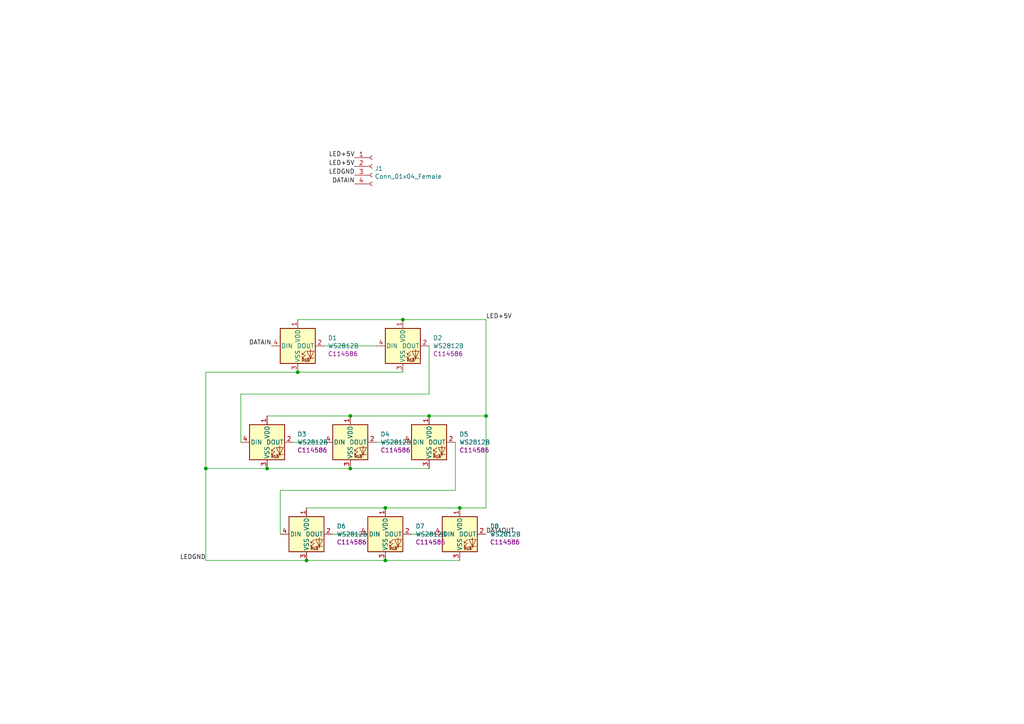
<source format=kicad_sch>
(kicad_sch (version 20211123) (generator eeschema)
  (paper "A4")
  (title_block (title "JETT STATION SELECT PLACARD") (date "2023-02-10") (rev "3"))
  (lib_symbols
    (symbol "Connector:Conn_01x04_Female" (pin_names (offset 1.016) hide)
      (property "Reference" "J" (at 0 5.08 0))
      (property "Value" "Conn_01x04_Female" (at 0 -7.62 0))
      (symbol "Conn_01x04_Female_1_1"
        (arc (start 0 -4.572) (mid -0.508 -5.08) (end 0 -5.588) (stroke (width 0.1524)))
        (arc (start 0 -2.032) (mid -0.508 -2.54) (end 0 -3.048) (stroke (width 0.1524)))
        (polyline (pts (xy -1.27 -5.08) (xy -0.508 -5.08)) (stroke (width 0.1524)))
        (polyline (pts (xy -1.27 -2.54) (xy -0.508 -2.54)) (stroke (width 0.1524)))
        (polyline (pts (xy -1.27 0) (xy -0.508 0)) (stroke (width 0.1524)))
        (polyline (pts (xy -1.27 2.54) (xy -0.508 2.54)) (stroke (width 0.1524)))
        (arc (start 0 0.508) (mid -0.508 0) (end 0 -0.508) (stroke (width 0.1524)))
        (arc (start 0 3.048) (mid -0.508 2.54) (end 0 2.032) (stroke (width 0.1524)))
        (pin passive line (at -5.08 2.54 0) (length 3.81) (name "Pin_1") (number "1"))
        (pin passive line (at -5.08 0 0) (length 3.81) (name "Pin_2") (number "2"))
        (pin passive line (at -5.08 -2.54 0) (length 3.81) (name "Pin_3") (number "3"))
        (pin passive line (at -5.08 -5.08 0) (length 3.81) (name "Pin_4") (number "4"))
      )
    )
    (symbol "LED:WS2812B" (pin_names (offset 0.254))
      (property "Reference" "D" (at 5.08 5.715 0))
      (property "Value" "WS2812B" (at 1.27 -5.715 0))
      (symbol "WS2812B_0_0"
        (text "RGB" (at 2.286 -4.191 0) (effects (font (size 0.762 0.762))))
      )
      (symbol "WS2812B_0_1"
        (polyline (pts (xy 1.27 -3.556) (xy 1.778 -3.556)))
        (polyline (pts (xy 1.27 -2.54) (xy 1.778 -2.54)))
        (polyline (pts (xy 4.699 -3.556) (xy 2.667 -3.556)))
        (polyline (pts (xy 2.286 -2.54) (xy 1.27 -3.556) (xy 1.27 -3.048)))
        (polyline (pts (xy 2.286 -1.524) (xy 1.27 -2.54) (xy 1.27 -2.032)))
        (polyline (pts (xy 3.683 -1.016) (xy 3.683 -3.556) (xy 3.683 -4.064)))
        (polyline (pts (xy 4.699 -1.524) (xy 2.667 -1.524) (xy 3.683 -3.556) (xy 4.699 -1.524)))
        (rectangle (start 5.08 5.08) (end -5.08 -5.08) (stroke (width 0.254)) (fill (type background)))
      )
      (symbol "WS2812B_1_1"
        (pin power_in line (at 0 7.62 270) (length 2.54) (name "VDD") (number "1"))
        (pin output line (at 7.62 0 180) (length 2.54) (name "DOUT") (number "2"))
        (pin power_in line (at 0 -7.62 90) (length 2.54) (name "VSS") (number "3"))
        (pin input line (at -7.62 0 0) (length 2.54) (name "DIN") (number "4"))
      )
    )
  )
  (junction (at 111.76 162.56))
  (junction (at 59.69 135.89))
  (junction (at 124.46 120.65))
  (junction (at 111.76 147.32))
  (junction (at 77.47 135.89))
  (junction (at 101.6 135.89))
  (junction (at 116.84 92.71))
  (junction (at 133.35 147.32))
  (junction (at 86.36 107.95))
  (junction (at 140.97 120.65))
  (junction (at 88.9 162.56))
  (junction (at 101.6 120.65))
  (wire (pts (xy 86.36 107.95) (xy 59.69 107.95)))
  (wire (pts (xy 119.38 154.94) (xy 125.73 154.94)))
  (wire (pts (xy 132.08 142.24) (xy 81.28 142.24)))
  (wire (pts (xy 88.9 147.32) (xy 111.76 147.32)))
  (wire (pts (xy 140.97 120.65) (xy 140.97 92.71)))
  (wire (pts (xy 140.97 147.32) (xy 140.97 120.65)))
  (wire (pts (xy 124.46 100.33) (xy 124.46 114.3)))
  (wire (pts (xy 109.22 128.27) (xy 116.84 128.27)))
  (wire (pts (xy 77.47 135.89) (xy 59.69 135.89)))
  (wire (pts (xy 86.36 92.71) (xy 116.84 92.71)))
  (wire (pts (xy 116.84 92.71) (xy 140.97 92.71)))
  (wire (pts (xy 116.84 107.95) (xy 86.36 107.95)))
  (wire (pts (xy 124.46 120.65) (xy 140.97 120.65)))
  (wire (pts (xy 59.69 107.95) (xy 59.69 135.89)))
  (wire (pts (xy 132.08 128.27) (xy 132.08 142.24)))
  (wire (pts (xy 85.09 128.27) (xy 93.98 128.27)))
  (wire (pts (xy 77.47 120.65) (xy 101.6 120.65)))
  (wire (pts (xy 101.6 120.65) (xy 124.46 120.65)))
  (wire (pts (xy 111.76 147.32) (xy 133.35 147.32)))
  (wire (pts (xy 69.85 114.3) (xy 69.85 128.27)))
  (wire (pts (xy 101.6 135.89) (xy 77.47 135.89)))
  (wire (pts (xy 93.98 100.33) (xy 109.22 100.33)))
  (wire (pts (xy 111.76 162.56) (xy 88.9 162.56)))
  (wire (pts (xy 59.69 135.89) (xy 59.69 162.56)))
  (wire (pts (xy 81.28 142.24) (xy 81.28 154.94)))
  (wire (pts (xy 111.76 162.56) (xy 133.35 162.56)))
  (wire (pts (xy 88.9 162.56) (xy 59.69 162.56)))
  (wire (pts (xy 96.52 154.94) (xy 104.14 154.94)))
  (wire (pts (xy 124.46 135.89) (xy 101.6 135.89)))
  (wire (pts (xy 133.35 147.32) (xy 140.97 147.32)))
  (wire (pts (xy 124.46 114.3) (xy 69.85 114.3)))
  (label "LED+5V" (at 140.97 92.71 0))
  (label "LEDGND" (at 59.69 162.56 180))
  (label "DATAIN" (at 102.87 53.34 180))
  (label "DATAIN" (at 78.74 100.33 180))
  (label "LED+5V" (at 102.87 48.26 180))
  (label "LED+5V" (at 102.87 45.72 180))
  (label "LEDGND" (at 102.87 50.8 180))
  (label "DATAOUT" (at 140.97 154.94 0))
  (symbol (lib_id "LED:WS2812B") (at 86.36 100.33 0) (unit 1)
    (property "Reference" "D1" (at 95.0976 98.0186 0) (effects (justify left)))
    (property "Value" "WS2812B" (at 95.0976 100.33 0) (effects (justify left)))
    (property "Footprint" "OH_Footprints:LED_WS2812B_PLCC4_5.0x5.0mm_P3.2mm" (effects hide))
    (property "Datasheet" "https://cdn-shop.adafruit.com/datasheets/WS2812B.pdf" (effects hide))
    (property "LCSC Part Number" "C114586" (at 95.0976 102.6414 0) (effects (justify left)))
  )
  (symbol (lib_id "LED:WS2812B") (at 116.84 100.33 0) (unit 1)
    (property "Reference" "D2" (at 125.5776 98.0186 0) (effects (justify left)))
    (property "Value" "WS2812B" (at 125.5776 100.33 0) (effects (justify left)))
    (property "Footprint" "OH_Footprints:LED_WS2812B_PLCC4_5.0x5.0mm_P3.2mm" (effects hide))
    (property "Datasheet" "https://cdn-shop.adafruit.com/datasheets/WS2812B.pdf" (effects hide))
    (property "LCSC Part Number" "C114586" (at 125.5776 102.6414 0) (effects (justify left)))
  )
  (symbol (lib_id "LED:WS2812B") (at 77.47 128.27 0) (unit 1)
    (property "Reference" "D3" (at 86.2076 125.9586 0) (effects (justify left)))
    (property "Value" "WS2812B" (at 86.2076 128.27 0) (effects (justify left)))
    (property "Footprint" "OH_Footprints:LED_WS2812B_PLCC4_5.0x5.0mm_P3.2mm" (effects hide))
    (property "Datasheet" "https://cdn-shop.adafruit.com/datasheets/WS2812B.pdf" (effects hide))
    (property "LCSC Part Number" "C114586" (at 86.2076 130.5814 0) (effects (justify left)))
  )
  (symbol (lib_id "LED:WS2812B") (at 101.6 128.27 0) (unit 1)
    (property "Reference" "D4" (at 110.3376 125.9586 0) (effects (justify left)))
    (property "Value" "WS2812B" (at 110.3376 128.27 0) (effects (justify left)))
    (property "Footprint" "OH_Footprints:LED_WS2812B_PLCC4_5.0x5.0mm_P3.2mm" (effects hide))
    (property "Datasheet" "https://cdn-shop.adafruit.com/datasheets/WS2812B.pdf" (effects hide))
    (property "LCSC Part Number" "C114586" (at 110.3376 130.5814 0) (effects (justify left)))
  )
  (symbol (lib_id "LED:WS2812B") (at 124.46 128.27 0) (unit 1)
    (property "Reference" "D5" (at 133.1976 125.9586 0) (effects (justify left)))
    (property "Value" "WS2812B" (at 133.1976 128.27 0) (effects (justify left)))
    (property "Footprint" "OH_Footprints:LED_WS2812B_PLCC4_5.0x5.0mm_P3.2mm" (effects hide))
    (property "Datasheet" "https://cdn-shop.adafruit.com/datasheets/WS2812B.pdf" (effects hide))
    (property "LCSC Part Number" "C114586" (at 133.1976 130.5814 0) (effects (justify left)))
  )
  (symbol (lib_id "LED:WS2812B") (at 88.9 154.94 0) (unit 1)
    (property "Reference" "D6" (at 97.6376 152.6286 0) (effects (justify left)))
    (property "Value" "WS2812B" (at 97.6376 154.94 0) (effects (justify left)))
    (property "Footprint" "OH_Footprints:LED_WS2812B_PLCC4_5.0x5.0mm_P3.2mm" (effects hide))
    (property "Datasheet" "https://cdn-shop.adafruit.com/datasheets/WS2812B.pdf" (effects hide))
    (property "LCSC Part Number" "C114586" (at 97.6376 157.2514 0) (effects (justify left)))
  )
  (symbol (lib_id "LED:WS2812B") (at 111.76 154.94 0) (unit 1)
    (property "Reference" "D7" (at 120.4976 152.6286 0) (effects (justify left)))
    (property "Value" "WS2812B" (at 120.4976 154.94 0) (effects (justify left)))
    (property "Footprint" "OH_Footprints:LED_WS2812B_PLCC4_5.0x5.0mm_P3.2mm" (effects hide))
    (property "Datasheet" "https://cdn-shop.adafruit.com/datasheets/WS2812B.pdf" (effects hide))
    (property "LCSC Part Number" "C114586" (at 120.4976 157.2514 0) (effects (justify left)))
  )
  (symbol (lib_id "Connector:Conn_01x04_Female") (at 107.95 48.26 0) (unit 1)
    (property "Reference" "J1" (at 108.6612 48.8696 0) (effects (justify left)))
    (property "Value" "Conn_01x04_Female" (at 108.6612 51.181 0) (effects (justify left)))
    (property "Footprint" "OH_Footprints:Molex_Mini-Fit_Jr_5566-04A_2x02_P4.20mm_Vertical" (effects hide))
  )
  (symbol (lib_id "LED:WS2812B") (at 133.35 154.94 0) (unit 1)
    (property "Reference" "D8" (at 142.0876 152.6286 0) (effects (justify left)))
    (property "Value" "WS2812B" (at 142.0876 154.94 0) (effects (justify left)))
    (property "Footprint" "OH_Footprints:LED_WS2812B_PLCC4_5.0x5.0mm_P3.2mm" (effects hide))
    (property "Datasheet" "https://cdn-shop.adafruit.com/datasheets/WS2812B.pdf" (effects hide))
    (property "LCSC Part Number" "C114586" (at 142.0876 157.2514 0) (effects (justify left)))
  )
)
</source>
